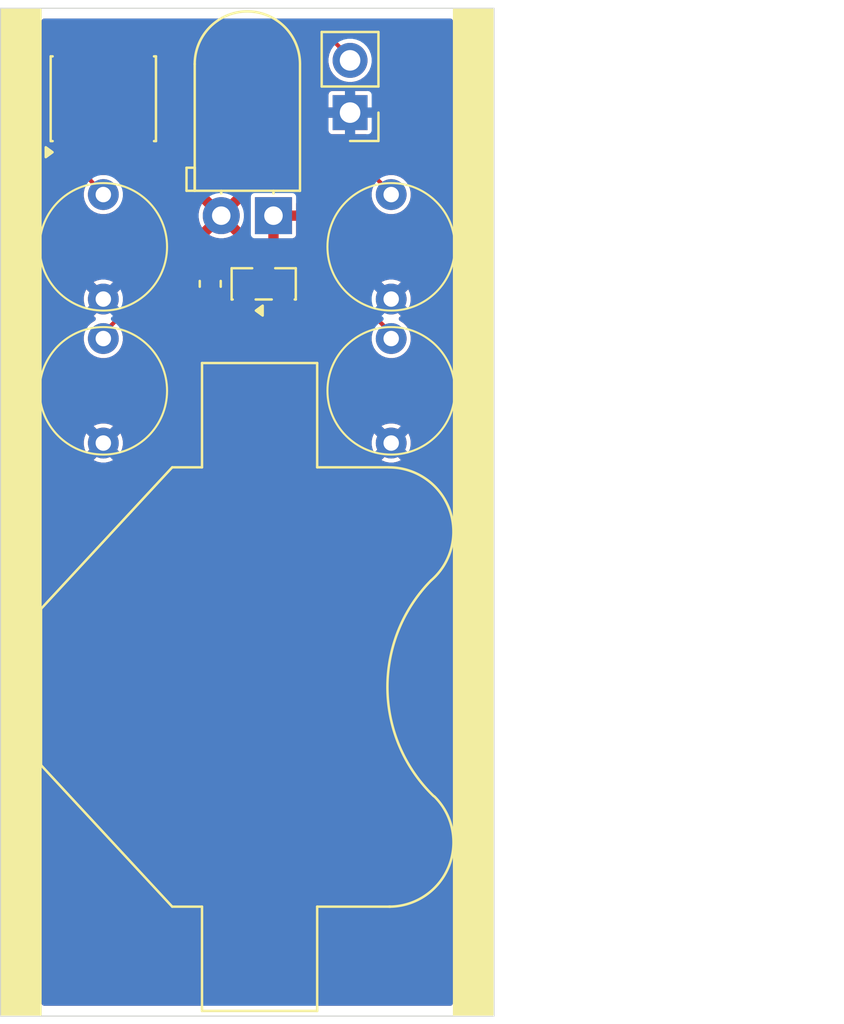
<source format=kicad_pcb>
(kicad_pcb (version 20241229) (generator "pcbnew") (generator_version "9.0")
  (layers (0 "F.Cu" signal) (2 "B.Cu" signal) (13 "F.Paste" user) (15 "B.Paste" user) (5 "F.SilkS" user "F.Silkscreen") (7 "B.SilkS" user "B.Silkscreen") (1 "F.Mask" user) (3 "B.Mask" user) (25 "Edge.Cuts" user))
  (net 0 "")
  (net 1 "VCC")
  (net 2 "GND")
  (net 3 "UPDI")
  (net 4 "WO")
  (net 5 "BTN1")
  (net 6 "BTN2")
  (net 7 "BTN6")
  (net 8 "BTN7")
  (net 9 "/LED")
  (footprint "Library:alps-skrg" (layer "F.Cu") (at 107 85.6 -90)
    (property "Reference" "SW1" (hide yes))
    (property "Value" "BTN1" (hide yes))
    (fp_circle (center 0 0) (end 3.1 0) (stroke (width 0.1)) (fill no) (layer "F.SilkS"))
    (pad "1" thru_hole circle (at -2.54 0 270) (size 1.5 1.5) (drill 0.75) (layers "*.Cu" "*.Mask") (net 5 "BTN1"))
    (pad "2" thru_hole circle (at 2.54 0 270) (size 1.5 1.5) (drill 0.75) (layers "*.Cu" "*.Mask") (net 2 "GND"))
  )
  (footprint "Package_SO:SOIC-8_3.9x4.9mm_P1.27mm" (layer "F.Cu") (at 93 71.4 90)
    (property "Reference" "U1" (hide yes))
    (property "Value" "ATtiny202-SS" (hide yes))
    (fp_line (start 2.06 -2.56) (end 2.06 -2.465) (stroke (width 0.12)) (layer "F.SilkS"))
    (fp_line (start -2.06 -2.56) (end 2.06 -2.56) (stroke (width 0.12)) (layer "F.SilkS"))
    (fp_line (start -2.06 -2.465) (end -2.06 -2.56) (stroke (width 0.12)) (layer "F.SilkS"))
    (fp_line (start 2.06 2.465) (end 2.06 2.56) (stroke (width 0.12)) (layer "F.SilkS"))
    (fp_line (start 2.06 2.56) (end -2.06 2.56) (stroke (width 0.12)) (layer "F.SilkS"))
    (fp_line (start -2.06 2.56) (end -2.06 2.465) (stroke (width 0.12)) (layer "F.SilkS"))
    (fp_poly (pts (xy -2.6 -2.47) (xy -2.84 -2.8) (xy -2.36 -2.8)) (stroke (width 0.12)) (fill yes) (layer "F.SilkS"))
    (pad "1" smd roundrect (at -2.475 -1.905 90) (size 1.95 0.6) (layers "F.Cu" "F.Mask" "F.Paste") (net 1 "VCC"))
    (pad "2" smd roundrect (at -2.475 -0.635 90) (size 1.95 0.6) (layers "F.Cu" "F.Mask" "F.Paste") (net 7 "BTN6"))
    (pad "3" smd roundrect (at -2.475 0.635 90) (size 1.95 0.6) (layers "F.Cu" "F.Mask" "F.Paste") (net 8 "BTN7"))
    (pad "4" smd roundrect (at -2.475 1.905 90) (size 1.95 0.6) (layers "F.Cu" "F.Mask" "F.Paste") (net 5 "BTN1"))
    (pad "5" smd roundrect (at 2.475 1.905 90) (size 1.95 0.6) (layers "F.Cu" "F.Mask" "F.Paste") (net 6 "BTN2"))
    (pad "6" smd roundrect (at 2.475 0.635 90) (size 1.95 0.6) (layers "F.Cu" "F.Mask" "F.Paste") (net 3 "UPDI"))
    (pad "7" smd roundrect (at 2.475 -0.635 90) (size 1.95 0.6) (layers "F.Cu" "F.Mask" "F.Paste") (net 4 "WO"))
    (pad "8" smd roundrect (at 2.475 -1.905 90) (size 1.95 0.6) (layers "F.Cu" "F.Mask" "F.Paste") (net 2 "GND"))
  )
  (footprint "Library:alps-skrg" (layer "F.Cu") (at 93 85.6 -90)
    (property "Reference" "SW4" (hide yes))
    (property "Value" "BTN7" (hide yes))
    (fp_circle (center 0 0) (end 3.1 0) (stroke (width 0.1)) (fill no) (layer "F.SilkS"))
    (pad "1" thru_hole circle (at -2.54 0 270) (size 1.5 1.5) (drill 0.75) (layers "*.Cu" "*.Mask") (net 8 "BTN7"))
    (pad "2" thru_hole circle (at 2.54 0 270) (size 1.5 1.5) (drill 0.75) (layers "*.Cu" "*.Mask") (net 2 "GND"))
  )
  (footprint "LED_THT:LED_D5.0mm_Horizontal_O1.27mm_Z3.0mm_Clear" (layer "F.Cu") (at 101.275 77.085 180)
    (property "Reference" "D1" (hide yes))
    (property "Value" "IR_LED" (hide yes))
    (fp_line (start 4.23 2.33) (end 3.83 2.33) (stroke (width 0.12)) (layer "F.SilkS"))
    (fp_line (start 4.23 1.21) (end 4.23 2.33) (stroke (width 0.12)) (layer "F.SilkS"))
    (fp_line (start 3.83 2.33) (end 3.83 1.21) (stroke (width 0.12)) (layer "F.SilkS"))
    (fp_line (start 3.83 1.21) (end 4.23 1.21) (stroke (width 0.12)) (layer "F.SilkS"))
    (fp_line (start 3.83 1.21) (end 3.83 7.37) (stroke (width 0.12)) (layer "F.SilkS"))
    (fp_line (start 2.54 1.21) (end 2.54 1.08) (stroke (width 0.12)) (layer "F.SilkS"))
    (fp_line (start 2.54 1.08) (end 2.54 1.21) (stroke (width 0.12)) (layer "F.SilkS"))
    (fp_line (start 0 1.21) (end 0 1.08) (stroke (width 0.12)) (layer "F.SilkS"))
    (fp_line (start 0 1.08) (end 0 1.21) (stroke (width 0.12)) (layer "F.SilkS"))
    (fp_line (start -1.29 1.21) (end 3.83 1.21) (stroke (width 0.12)) (layer "F.SilkS"))
    (fp_line (start -1.29 1.21) (end -1.29 7.37) (stroke (width 0.12)) (layer "F.SilkS"))
    (fp_arc (start 3.83 7.37) (mid 1.27 9.93) (end -1.29 7.37) (stroke (width 0.12)) (layer "F.SilkS"))
    (pad "1" thru_hole rect (at 0 0 180) (size 1.8 1.8) (drill 0.9) (layers "*.Cu" "*.Mask") (net 9 "/LED"))
    (pad "2" thru_hole circle (at 2.54 0 180) (size 1.8 1.8) (drill 0.9) (layers "*.Cu" "*.Mask") (net 1 "VCC"))
  )
  (footprint "Library:alps-skrg" (layer "F.Cu") (at 93 78.6 -90)
    (property "Reference" "SW3" (hide yes))
    (property "Value" "BTN6" (hide yes))
    (fp_circle (center 0 0) (end 3.1 0) (stroke (width 0.1)) (fill no) (layer "F.SilkS"))
    (pad "1" thru_hole circle (at -2.54 0 270) (size 1.5 1.5) (drill 0.75) (layers "*.Cu" "*.Mask") (net 7 "BTN6"))
    (pad "2" thru_hole circle (at 2.54 0 270) (size 1.5 1.5) (drill 0.75) (layers "*.Cu" "*.Mask") (net 2 "GND"))
  )
  (footprint "Library:alps-skrg" (layer "F.Cu") (at 107 78.6 -90)
    (property "Reference" "SW2" (hide yes))
    (property "Value" "BTN2" (hide yes))
    (fp_circle (center 0 0) (end 3.1 0) (stroke (width 0.1)) (fill no) (layer "F.SilkS"))
    (pad "1" thru_hole circle (at -2.54 0 270) (size 1.5 1.5) (drill 0.75) (layers "*.Cu" "*.Mask") (net 6 "BTN2"))
    (pad "2" thru_hole circle (at 2.54 0 270) (size 1.5 1.5) (drill 0.75) (layers "*.Cu" "*.Mask") (net 2 "GND"))
  )
  (footprint "Connector_PinHeader_2.54mm:PinHeader_1x02_P2.54mm_Vertical" (layer "F.Cu") (at 105 72.075 180)
    (property "Reference" "J1" (hide yes))
    (property "Value" "UPDI" (hide yes))
    (fp_line (start 1.38 1.27) (end 1.38 3.92) (stroke (width 0.12)) (layer "F.SilkS"))
    (fp_line (start -1.38 3.92) (end 1.38 3.92) (stroke (width 0.12)) (layer "F.SilkS"))
    (fp_line (start -1.38 1.27) (end 1.38 1.27) (stroke (width 0.12)) (layer "F.SilkS"))
    (fp_line (start -1.38 1.27) (end -1.38 3.92) (stroke (width 0.12)) (layer "F.SilkS"))
    (fp_line (start -1.38 0) (end -1.38 -1.38) (stroke (width 0.12)) (layer "F.SilkS"))
    (fp_line (start -1.38 -1.38) (end 0 -1.38) (stroke (width 0.12)) (layer "F.SilkS"))
    (pad "1" thru_hole rect (at 0 0 180) (size 1.7 1.7) (drill 1) (layers "*.Cu" "*.Mask") (net 2 "GND"))
    (pad "2" thru_hole circle (at 0 2.54 180) (size 1.7 1.7) (drill 1) (layers "*.Cu" "*.Mask") (net 3 "UPDI"))
  )
  (footprint "Package_TO_SOT_SMD:SOT-23" (layer "F.Cu") (at 100.8 80.4 90)
    (property "Reference" "Q1" (hide yes))
    (property "Value" "BSS138" (hide yes))
    (fp_line (start 0.76 -1.56) (end 0.76 -0.56) (stroke (width 0.12)) (layer "F.SilkS"))
    (fp_line (start -0.76 -1.56) (end 0.76 -1.56) (stroke (width 0.12)) (layer "F.SilkS"))
    (fp_line (start -0.76 -1.51) (end -0.76 -1.56) (stroke (width 0.12)) (layer "F.SilkS"))
    (fp_line (start -0.76 0.39) (end -0.76 -0.39) (stroke (width 0.12)) (layer "F.SilkS"))
    (fp_line (start 0.76 0.56) (end 0.76 1.56) (stroke (width 0.12)) (layer "F.SilkS"))
    (fp_line (start 0.76 1.56) (end -0.76 1.56) (stroke (width 0.12)) (layer "F.SilkS"))
    (fp_line (start -0.76 1.56) (end -0.76 1.51) (stroke (width 0.12)) (layer "F.SilkS"))
    (fp_poly (pts (xy -1.3 -0.38) (xy -1.06 -0.05) (xy -1.54 -0.05)) (stroke (width 0.12)) (fill yes) (layer "F.SilkS"))
    (pad "1" smd roundrect (at -0.9375 -0.95 90) (size 1.475 0.6) (layers "F.Cu" "F.Mask" "F.Paste") (net 4 "WO"))
    (pad "2" smd roundrect (at -0.9375 0.95 90) (size 1.475 0.6) (layers "F.Cu" "F.Mask" "F.Paste") (net 2 "GND"))
    (pad "3" smd roundrect (at 0.9375 0 90) (size 1.475 0.6) (layers "F.Cu" "F.Mask" "F.Paste") (net 9 "/LED"))
  )
  (footprint "Capacitor_SMD:C_0603_1608Metric" (layer "F.Cu") (at 98.2 80.4 -90)
    (property "Reference" "C1" (hide yes))
    (property "Value" "4u7" (hide yes))
    (fp_line (start -0.14058 0.51) (end 0.14058 0.51) (stroke (width 0.12)) (layer "F.SilkS"))
    (fp_line (start -0.14058 -0.51) (end 0.14058 -0.51) (stroke (width 0.12)) (layer "F.SilkS"))
    (pad "1" smd roundrect (at -0.775 0 270) (size 0.9 0.95) (layers "F.Cu" "F.Mask" "F.Paste") (net 1 "VCC"))
    (pad "2" smd roundrect (at 0.775 0 270) (size 0.9 0.95) (layers "F.Cu" "F.Mask" "F.Paste") (net 2 "GND"))
  )
  (footprint "Battery:BatteryHolder_Multicomp_BC-2001_1x2032" (layer "F.Cu") (at 100.6 100 -90)
    (property "Reference" "BT1" (hide yes))
    (property "Value" "CR2032" (hide yes))
    (fp_line (start 3.8 10.63) (end -3.8 10.63) (stroke (width 0.12)) (layer "F.SilkS"))
    (fp_line (start -10.68 4.25) (end -3.8 10.63) (stroke (width 0.12)) (layer "F.SilkS"))
    (fp_line (start 10.68 4.25) (end 3.8 10.63) (stroke (width 0.12)) (layer "F.SilkS"))
    (fp_line (start -15.75 2.8) (end -10.68 2.8) (stroke (width 0.12)) (layer "F.SilkS"))
    (fp_line (start -15.75 2.8) (end -15.75 -2.8) (stroke (width 0.12)) (layer "F.SilkS"))
    (fp_line (start -10.68 2.8) (end -10.68 4.25) (stroke (width 0.12)) (layer "F.SilkS"))
    (fp_line (start 10.68 2.8) (end 10.68 4.25) (stroke (width 0.12)) (layer "F.SilkS"))
    (fp_line (start 10.68 2.8) (end 15.75 2.8) (stroke (width 0.12)) (layer "F.SilkS"))
    (fp_line (start 15.75 2.8) (end 15.75 -2.8) (stroke (width 0.12)) (layer "F.SilkS"))
    (fp_line (start -15.75 -2.8) (end -10.68 -2.8) (stroke (width 0.12)) (layer "F.SilkS"))
    (fp_line (start -10.68 -2.8) (end -10.68 -6.28) (stroke (width 0.12)) (layer "F.SilkS"))
    (fp_line (start 10.68 -2.8) (end 10.68 -6.35) (stroke (width 0.12)) (layer "F.SilkS"))
    (fp_line (start 15.75 -2.8) (end 10.68 -2.8) (stroke (width 0.12)) (layer "F.SilkS"))
    (fp_arc (start -10.677058 -6.3) (mid -8.637972 -9.231689) (end -5.180001 -8.339999) (stroke (width 0.12)) (layer "F.SilkS"))
    (fp_arc (start 5.306422 -8.467392) (mid 0.096808 -6.218103) (end -5.169999 -8.330001) (stroke (width 0.12)) (layer "F.SilkS"))
    (fp_arc (start 5.316452 -8.492753) (mid 8.734461 -9.197232) (end 10.68 -6.3) (stroke (width 0.12)) (layer "F.SilkS"))
    (pad "1" smd rect (at -12.95 0 270) (size 5 5) (layers "F.Cu" "F.Mask" "F.Paste") (net 1 "VCC"))
    (pad "1" smd rect (at 12.95 0 270) (size 5 5) (layers "F.Cu" "F.Mask" "F.Paste") (net 1 "VCC"))
    (pad "2" smd rect (at 0 0 270) (size 4 4) (layers "F.Cu" "F.Mask" "F.Paste") (net 2 "GND"))
  )
  (gr_rect (start 110 67) (end 112 116) (fill yes) (layer "F.SilkS"))
  (gr_rect (start 88 67) (end 90 116) (fill yes) (layer "F.SilkS"))
  (gr_line (start 112 116) (end 88 116) (stroke (width 0.05)) (layer "Edge.Cuts"))
  (gr_line (start 88 67) (end 112 67) (stroke (width 0.05)) (layer "Edge.Cuts"))
  (gr_line (start 112 67) (end 112 116) (stroke (width 0.05)) (layer "Edge.Cuts"))
  (gr_line (start 88 116) (end 88 67) (stroke (width 0.05)) (layer "Edge.Cuts"))
  (segment (start 93.635 69.435) (end 94.4 70.2) (width 0.2) (layer "F.Cu") (net 3))
  (segment (start 95.4 70.2) (end 95.6 70) (width 0.2) (layer "F.Cu") (net 3))
  (segment (start 95.6 68.8) (end 95.8 68.6) (width 0.2) (layer "F.Cu") (net 3))
  (segment (start 93.635 68.925) (end 93.635 69.435) (width 0.2) (layer "F.Cu") (net 3))
  (segment (start 94.4 70.2) (end 95.4 70.2) (width 0.2) (layer "F.Cu") (net 3))
  (segment (start 95.8 68.6) (end 104.2 68.6) (width 0.2) (layer "F.Cu") (net 3))
  (segment (start 95.6 70) (end 95.6 68.8) (width 0.2) (layer "F.Cu") (net 3))
  (segment (start 105 69.4) (end 105 69.535) (width 0.2) (layer "F.Cu") (net 3))
  (segment (start 104.2 68.6) (end 105 69.4) (width 0.2) (layer "F.Cu") (net 3))
  (segment (start 93.8 70.2) (end 94.3 70.7) (width 0.2) (layer "F.Cu") (net 4))
  (segment (start 97.6 80.4) (end 98.9125 80.4) (width 0.2) (layer "F.Cu") (net 4))
  (segment (start 97 79.8) (end 97.6 80.4) (width 0.2) (layer "F.Cu") (net 4))
  (segment (start 94.3 70.7) (end 94.3 75.1) (width 0.2) (layer "F.Cu") (net 4))
  (segment (start 98.9125 80.4) (end 99.85 81.3375) (width 0.2) (layer "F.Cu") (net 4))
  (segment (start 95.4 76.2) (end 96.6 76.2) (width 0.2) (layer "F.Cu") (net 4))
  (segment (start 97 76.6) (end 97 79.8) (width 0.2) (layer "F.Cu") (net 4))
  (segment (start 92.365 69.565) (end 93 70.2) (width 0.2) (layer "F.Cu") (net 4))
  (segment (start 94.3 75.1) (end 95.4 76.2) (width 0.2) (layer "F.Cu") (net 4))
  (segment (start 93 70.2) (end 93.8 70.2) (width 0.2) (layer "F.Cu") (net 4))
  (segment (start 92.365 68.925) (end 92.365 69.565) (width 0.2) (layer "F.Cu") (net 4))
  (segment (start 96.6 76.2) (end 97 76.6) (width 0.2) (layer "F.Cu") (net 4))
  (segment (start 107 82.8) (end 107 83.06) (width 0.2) (layer "F.Cu") (net 5))
  (segment (start 95.6 75.8) (end 102.4 75.8) (width 0.2) (layer "F.Cu") (net 5))
  (segment (start 94.905 75.105) (end 95.6 75.8) (width 0.2) (layer "F.Cu") (net 5))
  (segment (start 105.8 79.2) (end 105.8 81.6) (width 0.2) (layer "F.Cu") (net 5))
  (segment (start 105.8 81.6) (end 107 82.8) (width 0.2) (layer "F.Cu") (net 5))
  (segment (start 94.905 73.875) (end 94.905 75.105) (width 0.2) (layer "F.Cu") (net 5))
  (segment (start 102.4 75.8) (end 105.8 79.2) (width 0.2) (layer "F.Cu") (net 5))
  (segment (start 94.905 68.925) (end 94.905 68.895) (width 0.2) (layer "F.Cu") (net 6))
  (segment (start 106.2 75.2) (end 107 76) (width 0.2) (layer "F.Cu") (net 6))
  (segment (start 106.2 69) (end 106.2 75.2) (width 0.2) (layer "F.Cu") (net 6))
  (segment (start 105.4 68.2) (end 106.2 69) (width 0.2) (layer "F.Cu") (net 6))
  (segment (start 107 76) (end 107 76.06) (width 0.2) (layer "F.Cu") (net 6))
  (segment (start 95.6 68.2) (end 105.4 68.2) (width 0.2) (layer "F.Cu") (net 6))
  (segment (start 94.905 68.895) (end 95.6 68.2) (width 0.2) (layer "F.Cu") (net 6))
  (segment (start 92.365 75.365) (end 93 76) (width 0.2) (layer "F.Cu") (net 7))
  (segment (start 92.365 73.875) (end 92.365 75.365) (width 0.2) (layer "F.Cu") (net 7))
  (segment (start 93 76) (end 93 76.06) (width 0.2) (layer "F.Cu") (net 7))
  (segment (start 94.2 75.773661) (end 94.2 81.6) (width 0.2) (layer "F.Cu") (net 8))
  (segment (start 93 82.8) (end 93 83.06) (width 0.2) (layer "F.Cu") (net 8))
  (segment (start 93.635 73.875) (end 93.635 75.208661) (width 0.2) (layer "F.Cu") (net 8))
  (segment (start 93.635 75.208661) (end 94.2 75.773661) (width 0.2) (layer "F.Cu") (net 8))
  (segment (start 94.2 81.6) (end 93 82.8) (width 0.2) (layer "F.Cu") (net 8))
  (zone (net 9) (net_name "/LED") (layer "F.Cu") (priority 1) (connect_pads (clearance 0.2)) (min_thickness 0.25) (fill yes (thermal_gap 0.2) (thermal_bridge_width 0.5))
    (polygon (pts (xy 100 76) (xy 100 80.2) (xy 103 80.2) (xy 103 76)))
  )
  (zone (net 1) (net_name "VCC") (layer "F.Cu") (priority 1) (connect_pads (clearance 0.2)) (min_thickness 0.25) (fill yes (thermal_gap 0.2) (thermal_bridge_width 0.5))
    (polygon (pts (xy 97 76) (xy 97 80.2) (xy 100 80.2) (xy 100 76)))
  )
  (zone (net 2) (net_name "GND") (layers "F.Cu" "B.Cu") (connect_pads (clearance 0.2)) (min_thickness 0.25) (fill yes (thermal_gap 0.2) (thermal_bridge_width 0.5))
    (polygon (pts (xy 90 66.6) (xy 110 66.6) (xy 110 116.4) (xy 90 116.4)))
  )
)
</source>
